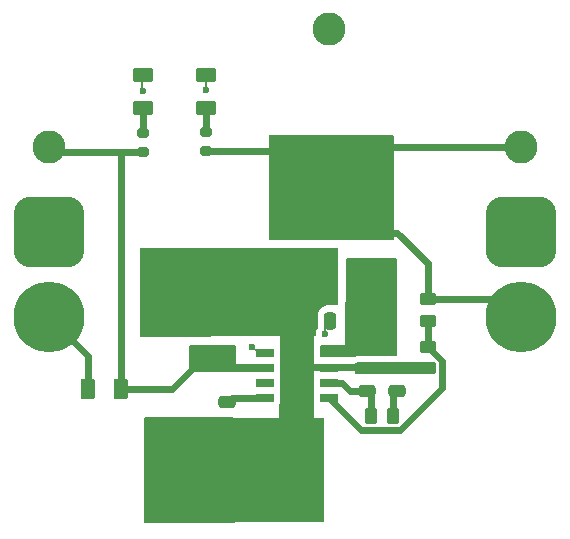
<source format=gbr>
%TF.GenerationSoftware,KiCad,Pcbnew,9.0.3*%
%TF.CreationDate,2025-09-19T13:58:25-05:00*%
%TF.ProjectId,galaxsea_26_pdb,67616c61-7873-4656-915f-32365f706462,rev?*%
%TF.SameCoordinates,Original*%
%TF.FileFunction,Copper,L1,Top*%
%TF.FilePolarity,Positive*%
%FSLAX46Y46*%
G04 Gerber Fmt 4.6, Leading zero omitted, Abs format (unit mm)*
G04 Created by KiCad (PCBNEW 9.0.3) date 2025-09-19 13:58:25*
%MOMM*%
%LPD*%
G01*
G04 APERTURE LIST*
G04 Aperture macros list*
%AMRoundRect*
0 Rectangle with rounded corners*
0 $1 Rounding radius*
0 $2 $3 $4 $5 $6 $7 $8 $9 X,Y pos of 4 corners*
0 Add a 4 corners polygon primitive as box body*
4,1,4,$2,$3,$4,$5,$6,$7,$8,$9,$2,$3,0*
0 Add four circle primitives for the rounded corners*
1,1,$1+$1,$2,$3*
1,1,$1+$1,$4,$5*
1,1,$1+$1,$6,$7*
1,1,$1+$1,$8,$9*
0 Add four rect primitives between the rounded corners*
20,1,$1+$1,$2,$3,$4,$5,0*
20,1,$1+$1,$4,$5,$6,$7,0*
20,1,$1+$1,$6,$7,$8,$9,0*
20,1,$1+$1,$8,$9,$2,$3,0*%
G04 Aperture macros list end*
%TA.AperFunction,ComponentPad*%
%ADD10C,6.000000*%
%TD*%
%TA.AperFunction,ComponentPad*%
%ADD11RoundRect,1.500000X-1.500000X1.500000X-1.500000X-1.500000X1.500000X-1.500000X1.500000X1.500000X0*%
%TD*%
%TA.AperFunction,SMDPad,CuDef*%
%ADD12RoundRect,0.200000X0.275000X-0.200000X0.275000X0.200000X-0.275000X0.200000X-0.275000X-0.200000X0*%
%TD*%
%TA.AperFunction,SMDPad,CuDef*%
%ADD13RoundRect,0.250000X1.600000X-0.300000X1.600000X0.300000X-1.600000X0.300000X-1.600000X-0.300000X0*%
%TD*%
%TA.AperFunction,SMDPad,CuDef*%
%ADD14RoundRect,0.015000X-0.760000X-0.285000X0.760000X-0.285000X0.760000X0.285000X-0.760000X0.285000X0*%
%TD*%
%TA.AperFunction,ComponentPad*%
%ADD15C,0.400000*%
%TD*%
%TA.AperFunction,SMDPad,CuDef*%
%ADD16R,2.950000X4.900000*%
%TD*%
%TA.AperFunction,SMDPad,CuDef*%
%ADD17RoundRect,0.250000X-0.450000X0.262500X-0.450000X-0.262500X0.450000X-0.262500X0.450000X0.262500X0*%
%TD*%
%TA.AperFunction,SMDPad,CuDef*%
%ADD18RoundRect,0.250000X-0.250000X-0.475000X0.250000X-0.475000X0.250000X0.475000X-0.250000X0.475000X0*%
%TD*%
%TA.AperFunction,SMDPad,CuDef*%
%ADD19RoundRect,0.250000X0.475000X-0.250000X0.475000X0.250000X-0.475000X0.250000X-0.475000X-0.250000X0*%
%TD*%
%TA.AperFunction,ComponentPad*%
%ADD20C,2.800000*%
%TD*%
%TA.AperFunction,SMDPad,CuDef*%
%ADD21RoundRect,0.250000X-0.475000X0.250000X-0.475000X-0.250000X0.475000X-0.250000X0.475000X0.250000X0*%
%TD*%
%TA.AperFunction,SMDPad,CuDef*%
%ADD22RoundRect,0.250000X0.262500X0.450000X-0.262500X0.450000X-0.262500X-0.450000X0.262500X-0.450000X0*%
%TD*%
%TA.AperFunction,SMDPad,CuDef*%
%ADD23RoundRect,0.250000X-0.625000X0.375000X-0.625000X-0.375000X0.625000X-0.375000X0.625000X0.375000X0*%
%TD*%
%TA.AperFunction,SMDPad,CuDef*%
%ADD24RoundRect,0.250000X-0.375000X-0.625000X0.375000X-0.625000X0.375000X0.625000X-0.375000X0.625000X0*%
%TD*%
%TA.AperFunction,SMDPad,CuDef*%
%ADD25RoundRect,0.243750X0.243750X0.456250X-0.243750X0.456250X-0.243750X-0.456250X0.243750X-0.456250X0*%
%TD*%
%TA.AperFunction,ViaPad*%
%ADD26C,0.600000*%
%TD*%
%TA.AperFunction,Conductor*%
%ADD27C,0.600000*%
%TD*%
%TA.AperFunction,Conductor*%
%ADD28C,0.200000*%
%TD*%
G04 APERTURE END LIST*
D10*
%TO.P,J2,2,Pin_2*%
%TO.N,/BDC Module/BDC_VOUT*%
X170000000Y-86400000D03*
D11*
%TO.P,J2,1,Pin_1*%
%TO.N,GND*%
X170000000Y-79200000D03*
%TD*%
D10*
%TO.P,J1,2,Pin_2*%
%TO.N,/BDC Module/BDC_VIN*%
X130000000Y-86400000D03*
D11*
%TO.P,J1,1,Pin_1*%
%TO.N,GND*%
X130000000Y-79200000D03*
%TD*%
D12*
%TO.P,R4,1*%
%TO.N,/BDC Module/BDC_VIN_Fuse*%
X137945000Y-72437500D03*
%TO.P,R4,2*%
%TO.N,Net-(D2-A)*%
X137945000Y-70787500D03*
%TD*%
D13*
%TO.P,L1,1*%
%TO.N,/BDC Module/_BDC_PH*%
X157340000Y-82250000D03*
%TO.P,L1,2*%
%TO.N,/BDC Module/BDC_VOUT*%
X157340000Y-79250000D03*
%TD*%
D14*
%TO.P,U1,1,BOOT*%
%TO.N,/BDC Module/_BDC_BOOT*%
X148290000Y-89445000D03*
%TO.P,U1,2,VIN*%
%TO.N,/BDC Module/BDC_VIN_Fuse*%
X148290000Y-90715000D03*
%TO.P,U1,3,EN*%
%TO.N,/BDC Module/_BDC_EN*%
X148290000Y-91985000D03*
%TO.P,U1,4,SS*%
%TO.N,/BDC Module/_BDC_SS*%
X148290000Y-93255000D03*
%TO.P,U1,5,VSENSE*%
%TO.N,/BDC Module/_BDC_VSENSE*%
X153690000Y-93255000D03*
%TO.P,U1,6,COMP*%
%TO.N,/BDC Module/_BDC_COMP*%
X153690000Y-91985000D03*
D15*
%TO.P,U1,7,GND*%
%TO.N,GND*%
X150340000Y-89400000D03*
X150340000Y-90700000D03*
X150340000Y-92000000D03*
X150340000Y-93300000D03*
D16*
X150990000Y-91350000D03*
D15*
X151640000Y-89400000D03*
X151640000Y-90700000D03*
X151640000Y-92000000D03*
X151640000Y-93300000D03*
D14*
X153690000Y-90715000D03*
%TO.P,U1,8,PH*%
%TO.N,/BDC Module/_BDC_PH*%
X153690000Y-89445000D03*
%TD*%
D17*
%TO.P,R1,1*%
%TO.N,/BDC Module/BDC_VOUT*%
X162085000Y-84875000D03*
%TO.P,R1,2*%
%TO.N,/BDC Module/_BDC_VSENSE*%
X162085000Y-86700000D03*
%TD*%
D18*
%TO.P,C1,1*%
%TO.N,/BDC Module/_BDC_BOOT*%
X153780000Y-86690000D03*
%TO.P,C1,2*%
%TO.N,/BDC Module/_BDC_PH*%
X155680000Y-86690000D03*
%TD*%
D19*
%TO.P,C3,1*%
%TO.N,/BDC Module/BDC_VIN_Fuse*%
X145065000Y-89380000D03*
%TO.P,C3,2*%
%TO.N,GND*%
X145065000Y-87480000D03*
%TD*%
D17*
%TO.P,R3,1*%
%TO.N,/BDC Module/_BDC_VSENSE*%
X162085000Y-88925000D03*
%TO.P,R3,2*%
%TO.N,GND*%
X162085000Y-90750000D03*
%TD*%
D19*
%TO.P,C4,1*%
%TO.N,/BDC Module/_BDC_COMP*%
X156915000Y-92645000D03*
%TO.P,C4,2*%
%TO.N,GND*%
X156915000Y-90745000D03*
%TD*%
D20*
%TO.P,TP2,1,1*%
%TO.N,/BDC Module/BDC_VOUT*%
X170000000Y-72000000D03*
%TD*%
D21*
%TO.P,C8,1*%
%TO.N,/BDC Module/BDC_VOUT*%
X151490000Y-79200000D03*
%TO.P,C8,2*%
%TO.N,GND*%
X151490000Y-81100000D03*
%TD*%
D12*
%TO.P,R5,1*%
%TO.N,/BDC Module/BDC_VOUT*%
X143295000Y-72362500D03*
%TO.P,R5,2*%
%TO.N,Net-(D3-A)*%
X143295000Y-70712500D03*
%TD*%
D21*
%TO.P,C6,1*%
%TO.N,/BDC Module/_BDC_SS*%
X145065000Y-93580000D03*
%TO.P,C6,2*%
%TO.N,GND*%
X145065000Y-95480000D03*
%TD*%
D22*
%TO.P,R2,1*%
%TO.N,Net-(C5-Pad1)*%
X159100000Y-94800000D03*
%TO.P,R2,2*%
%TO.N,/BDC Module/_BDC_COMP*%
X157275000Y-94800000D03*
%TD*%
D20*
%TO.P,TP3,1,1*%
%TO.N,GND*%
X153700000Y-62000000D03*
%TD*%
%TO.P,TP1,1,1*%
%TO.N,/BDC Module/BDC_VIN_Fuse*%
X130000000Y-72000000D03*
%TD*%
D21*
%TO.P,C7,1*%
%TO.N,/BDC Module/BDC_VOUT*%
X149350000Y-79200000D03*
%TO.P,C7,2*%
%TO.N,GND*%
X149350000Y-81100000D03*
%TD*%
D23*
%TO.P,D3,1,K*%
%TO.N,GND*%
X143300000Y-65862500D03*
%TO.P,D3,2,A*%
%TO.N,Net-(D3-A)*%
X143300000Y-68662500D03*
%TD*%
%TO.P,D2,1,K*%
%TO.N,GND*%
X137945000Y-65862500D03*
%TO.P,D2,2,A*%
%TO.N,Net-(D2-A)*%
X137945000Y-68662500D03*
%TD*%
D24*
%TO.P,F1,1*%
%TO.N,/BDC Module/BDC_VIN*%
X133300000Y-92500000D03*
%TO.P,F1,2*%
%TO.N,/BDC Module/BDC_VIN_Fuse*%
X136100000Y-92500000D03*
%TD*%
D19*
%TO.P,C5,1*%
%TO.N,Net-(C5-Pad1)*%
X159500000Y-92645000D03*
%TO.P,C5,2*%
%TO.N,GND*%
X159500000Y-90745000D03*
%TD*%
D21*
%TO.P,C9,1*%
%TO.N,/BDC Module/BDC_VOUT*%
X153650000Y-79200000D03*
%TO.P,C9,2*%
%TO.N,GND*%
X153650000Y-81100000D03*
%TD*%
D25*
%TO.P,D1,1,K*%
%TO.N,/BDC Module/_BDC_PH*%
X155687500Y-84300000D03*
%TO.P,D1,2,A*%
%TO.N,GND*%
X153812500Y-84300000D03*
%TD*%
D19*
%TO.P,C2,1*%
%TO.N,/BDC Module/BDC_VIN_Fuse*%
X142665000Y-89400000D03*
%TO.P,C2,2*%
%TO.N,GND*%
X142665000Y-87500000D03*
%TD*%
D26*
%TO.N,GND*%
X147500000Y-96500000D03*
X148500000Y-96500000D03*
X146500000Y-95500000D03*
X137920000Y-67287500D03*
X147500000Y-98500000D03*
X146500000Y-98500000D03*
X150500000Y-96500000D03*
X151500000Y-98500000D03*
X150500000Y-83000000D03*
X146500000Y-97500000D03*
X143325000Y-67162500D03*
X149500000Y-96500000D03*
X146500000Y-96500000D03*
X151500000Y-95500000D03*
X152500000Y-83000000D03*
X150500000Y-85000000D03*
X150500000Y-98500000D03*
X150500000Y-84000000D03*
X148500000Y-95500000D03*
X151500000Y-97500000D03*
X149500000Y-97500000D03*
X149500000Y-98500000D03*
X152500000Y-84000000D03*
X152500000Y-95500000D03*
X151500000Y-84000000D03*
X151500000Y-96500000D03*
X152500000Y-85000000D03*
X149500000Y-95500000D03*
X152500000Y-96500000D03*
X152500000Y-97500000D03*
X151500000Y-83000000D03*
X150500000Y-97500000D03*
X150500000Y-95500000D03*
X152500000Y-98500000D03*
X151500000Y-85000000D03*
X148500000Y-98500000D03*
X148500000Y-97500000D03*
X147500000Y-97500000D03*
X147500000Y-95500000D03*
%TO.N,/BDC Module/_BDC_BOOT*%
X147200000Y-88900000D03*
X153400000Y-87800000D03*
%TD*%
D27*
%TO.N,/BDC Module/BDC_VIN_Fuse*%
X136100000Y-72537500D02*
X136200000Y-72437500D01*
X136100000Y-92500000D02*
X136100000Y-72537500D01*
X137945000Y-72437500D02*
X136200000Y-72437500D01*
X142665000Y-90235000D02*
X142665000Y-89400000D01*
X140400000Y-92500000D02*
X142665000Y-90235000D01*
X136100000Y-92500000D02*
X140400000Y-92500000D01*
%TO.N,/BDC Module/BDC_VIN*%
X133300000Y-89700000D02*
X130000000Y-86400000D01*
X133300000Y-92500000D02*
X133300000Y-89700000D01*
%TO.N,/BDC Module/BDC_VIN_Fuse*%
X130437500Y-72437500D02*
X130000000Y-72000000D01*
X136200000Y-72437500D02*
X130437500Y-72437500D01*
%TO.N,/BDC Module/BDC_VOUT*%
X155200000Y-72000000D02*
X170000000Y-72000000D01*
X154837500Y-72362500D02*
X155200000Y-72000000D01*
X143295000Y-72362500D02*
X154837500Y-72362500D01*
X168475000Y-84875000D02*
X170000000Y-86400000D01*
X162085000Y-84875000D02*
X168475000Y-84875000D01*
D28*
%TO.N,GND*%
X137895000Y-65987500D02*
X137895000Y-67262500D01*
X143300000Y-67137500D02*
X143325000Y-67162500D01*
X143300000Y-65862500D02*
X143300000Y-67137500D01*
%TO.N,/BDC Module/_BDC_BOOT*%
X147745000Y-89445000D02*
X147200000Y-88900000D01*
X153400000Y-87800000D02*
X153400000Y-87070000D01*
D27*
%TO.N,/BDC Module/_BDC_COMP*%
X155470000Y-92645000D02*
X154810000Y-91985000D01*
X157275000Y-94800000D02*
X157275000Y-93005000D01*
X156915000Y-92645000D02*
X155470000Y-92645000D01*
X157275000Y-93005000D02*
X156915000Y-92645000D01*
X154810000Y-91985000D02*
X153690000Y-91985000D01*
%TO.N,Net-(C5-Pad1)*%
X159100000Y-94800000D02*
X159100000Y-93045000D01*
X159100000Y-93045000D02*
X159500000Y-92645000D01*
%TO.N,/BDC Module/_BDC_SS*%
X145465000Y-93255000D02*
X145140000Y-93580000D01*
X148290000Y-93255000D02*
X145465000Y-93255000D01*
%TO.N,/BDC Module/BDC_VOUT*%
X159500000Y-79250000D02*
X157340000Y-79250000D01*
X162085000Y-81835000D02*
X159500000Y-79250000D01*
X162085000Y-84875000D02*
X162085000Y-81835000D01*
X151550000Y-79140000D02*
X151490000Y-79200000D01*
%TO.N,/BDC Module/_BDC_VSENSE*%
X153690000Y-93255000D02*
X156436000Y-96001000D01*
X156436000Y-96001000D02*
X159680502Y-96001000D01*
X162085000Y-88925000D02*
X162085000Y-86700000D01*
X163286000Y-92395502D02*
X163286000Y-90126000D01*
X159680502Y-96001000D02*
X163286000Y-92395502D01*
X163286000Y-90126000D02*
X162085000Y-88925000D01*
%TO.N,Net-(D2-A)*%
X137945000Y-70787500D02*
X137945000Y-68662500D01*
%TO.N,Net-(D3-A)*%
X143295000Y-70712500D02*
X143295000Y-68667500D01*
%TO.N,/BDC Module/BDC_VOUT*%
X157900000Y-78690000D02*
X157340000Y-79250000D01*
%TD*%
%TA.AperFunction,Conductor*%
%TO.N,GND*%
G36*
X161643039Y-90254685D02*
G01*
X161688794Y-90307489D01*
X161700000Y-90359000D01*
X161700000Y-91131000D01*
X161680315Y-91198039D01*
X161627511Y-91243794D01*
X161576000Y-91255000D01*
X156044000Y-91255000D01*
X155976961Y-91235315D01*
X155931206Y-91182511D01*
X155920000Y-91131000D01*
X155920000Y-91005000D01*
X155920000Y-90359000D01*
X155939685Y-90291961D01*
X155992489Y-90246206D01*
X156044000Y-90235000D01*
X161576000Y-90235000D01*
X161643039Y-90254685D01*
G37*
%TD.AperFunction*%
%TD*%
%TA.AperFunction,Conductor*%
%TO.N,GND*%
G36*
X155920000Y-91005000D02*
G01*
X151325000Y-91005000D01*
X151325000Y-90411437D01*
X155920000Y-90392833D01*
X155920000Y-91005000D01*
G37*
%TD.AperFunction*%
%TD*%
%TA.AperFunction,Conductor*%
%TO.N,/BDC Module/BDC_VOUT*%
G36*
X159133039Y-71019685D02*
G01*
X159178794Y-71072489D01*
X159190000Y-71124000D01*
X159190000Y-79726000D01*
X159170315Y-79793039D01*
X159117511Y-79838794D01*
X159066000Y-79850000D01*
X148714000Y-79850000D01*
X148646961Y-79830315D01*
X148601206Y-79777511D01*
X148590000Y-79726000D01*
X148590000Y-71124000D01*
X148609685Y-71056961D01*
X148662489Y-71011206D01*
X148714000Y-71000000D01*
X159066000Y-71000000D01*
X159133039Y-71019685D01*
G37*
%TD.AperFunction*%
%TD*%
%TA.AperFunction,Conductor*%
%TO.N,/BDC Module/BDC_VIN_Fuse*%
G36*
X145758039Y-88774685D02*
G01*
X145803794Y-88827489D01*
X145815000Y-88879000D01*
X145815000Y-90405000D01*
X148890500Y-90405000D01*
X148957539Y-90424685D01*
X149003294Y-90477489D01*
X149014500Y-90529000D01*
X149014500Y-90906000D01*
X148994815Y-90973039D01*
X148942011Y-91018794D01*
X148890500Y-91030000D01*
X142014000Y-91030000D01*
X141946961Y-91010315D01*
X141901206Y-90957511D01*
X141890000Y-90906000D01*
X141890000Y-88879000D01*
X141909685Y-88811961D01*
X141962489Y-88766206D01*
X142014000Y-88755000D01*
X145691000Y-88755000D01*
X145758039Y-88774685D01*
G37*
%TD.AperFunction*%
%TD*%
%TA.AperFunction,Conductor*%
%TO.N,GND*%
G36*
X153191396Y-94948323D02*
G01*
X153258371Y-94968220D01*
X153303958Y-95021170D01*
X153315000Y-95072322D01*
X153315000Y-103636461D01*
X153295315Y-103703500D01*
X153242511Y-103749255D01*
X153191323Y-103760461D01*
X138124323Y-103799676D01*
X138057232Y-103780166D01*
X138011340Y-103727481D01*
X138000000Y-103675676D01*
X138000000Y-95024394D01*
X138019685Y-94957355D01*
X138072489Y-94911600D01*
X138124390Y-94900395D01*
X153191396Y-94948323D01*
G37*
%TD.AperFunction*%
%TD*%
%TA.AperFunction,Conductor*%
%TO.N,GND*%
G36*
X154390576Y-80534685D02*
G01*
X154436331Y-80587489D01*
X154447535Y-80638249D01*
X154475384Y-85233538D01*
X154456106Y-85300695D01*
X154403580Y-85346769D01*
X154350568Y-85358286D01*
X153425000Y-85352176D01*
X153425000Y-85352177D01*
X151300000Y-85338152D01*
X151300000Y-80516499D01*
X151352963Y-80515047D01*
X151353820Y-80515273D01*
X151356362Y-80515000D01*
X154323537Y-80515000D01*
X154390576Y-80534685D01*
G37*
%TD.AperFunction*%
%TD*%
%TA.AperFunction,Conductor*%
%TO.N,/BDC Module/_BDC_PH*%
G36*
X159363039Y-81414685D02*
G01*
X159408794Y-81467489D01*
X159420000Y-81519000D01*
X159420000Y-89605500D01*
X159400315Y-89672539D01*
X159347511Y-89718294D01*
X159296000Y-89729500D01*
X156044000Y-89729500D01*
X156043991Y-89729500D01*
X156043990Y-89729501D01*
X155936549Y-89741052D01*
X155936532Y-89741055D01*
X155931426Y-89742166D01*
X155905068Y-89745000D01*
X153089499Y-89745000D01*
X153022460Y-89725315D01*
X152976705Y-89672511D01*
X152965499Y-89621000D01*
X152965499Y-88849000D01*
X152985184Y-88781961D01*
X153037988Y-88736206D01*
X153089499Y-88725000D01*
X155098219Y-88725000D01*
X155098220Y-88725000D01*
X155131895Y-81518420D01*
X155151893Y-81451474D01*
X155204910Y-81405966D01*
X155255894Y-81395000D01*
X159296000Y-81395000D01*
X159363039Y-81414685D01*
G37*
%TD.AperFunction*%
%TD*%
%TA.AperFunction,Conductor*%
%TO.N,GND*%
G36*
X152460000Y-88844586D02*
G01*
X152459999Y-88848993D01*
X152459999Y-88849000D01*
X152459999Y-88904973D01*
X152459999Y-88922721D01*
X152459999Y-88923081D01*
X152451354Y-88968570D01*
X152424448Y-89036799D01*
X152424447Y-89036800D01*
X152414500Y-89119637D01*
X152414500Y-89770362D01*
X152424447Y-89853199D01*
X152424448Y-89853201D01*
X152434408Y-89878458D01*
X152451354Y-89921430D01*
X152460000Y-89966918D01*
X152460000Y-90406841D01*
X151325000Y-90411437D01*
X151325000Y-91005000D01*
X152460000Y-91005000D01*
X152460000Y-91463078D01*
X152451355Y-91508567D01*
X152424448Y-91576799D01*
X152424447Y-91576800D01*
X152414500Y-91659637D01*
X152414500Y-92310362D01*
X152424447Y-92393199D01*
X152424448Y-92393200D01*
X152451354Y-92461430D01*
X152452681Y-92468410D01*
X152454977Y-92471983D01*
X152460000Y-92506918D01*
X152460000Y-92733078D01*
X152451355Y-92778567D01*
X152424448Y-92846799D01*
X152424447Y-92846800D01*
X152414500Y-92929637D01*
X152414500Y-93580362D01*
X152424447Y-93663199D01*
X152424448Y-93663200D01*
X152451354Y-93731430D01*
X152460000Y-93776918D01*
X152460000Y-94945997D01*
X149510207Y-94936613D01*
X149512051Y-93796867D01*
X149520695Y-93751588D01*
X149555552Y-93663200D01*
X149565500Y-93580362D01*
X149565500Y-92929638D01*
X149555552Y-92846800D01*
X149522444Y-92762844D01*
X149521100Y-92755742D01*
X149518765Y-92752096D01*
X149513799Y-92717161D01*
X149514115Y-92521635D01*
X149522758Y-92476357D01*
X149555552Y-92393200D01*
X149565500Y-92310362D01*
X149565500Y-91659638D01*
X149555552Y-91576800D01*
X149524489Y-91498031D01*
X149523146Y-91490931D01*
X149520811Y-91487285D01*
X149515845Y-91452353D01*
X149516178Y-91246399D01*
X149524821Y-91201127D01*
X149555552Y-91123200D01*
X149565500Y-91040362D01*
X149565500Y-90389638D01*
X149555552Y-90306800D01*
X149530430Y-90243095D01*
X149526536Y-90233220D01*
X149525192Y-90226118D01*
X149522858Y-90222473D01*
X149517892Y-90187538D01*
X149518242Y-89971171D01*
X149526887Y-89925888D01*
X149528647Y-89921427D01*
X149555552Y-89853200D01*
X149565500Y-89770362D01*
X149565500Y-89119638D01*
X149555552Y-89036800D01*
X149528582Y-88968410D01*
X149519938Y-88922730D01*
X149521365Y-88040892D01*
X152460000Y-88034229D01*
X152460000Y-88844586D01*
G37*
%TD.AperFunction*%
%TD*%
%TA.AperFunction,Conductor*%
%TO.N,GND*%
G36*
X151300000Y-85338152D02*
G01*
X153425000Y-85352177D01*
X153425000Y-85369621D01*
X153405315Y-85436660D01*
X153352511Y-85482415D01*
X153340005Y-85487327D01*
X153210666Y-85530186D01*
X153210663Y-85530187D01*
X153061342Y-85622289D01*
X152937289Y-85746342D01*
X152845187Y-85895663D01*
X152845186Y-85895666D01*
X152790001Y-86062203D01*
X152790001Y-86062204D01*
X152790000Y-86062204D01*
X152779500Y-86164983D01*
X152779500Y-87215001D01*
X152779502Y-87215021D01*
X152781414Y-87233740D01*
X152768644Y-87302432D01*
X152761158Y-87315231D01*
X152690609Y-87420814D01*
X152690602Y-87420827D01*
X152630264Y-87566498D01*
X152630261Y-87566510D01*
X152599500Y-87721153D01*
X152599500Y-87878843D01*
X152600923Y-87885999D01*
X152594691Y-87955591D01*
X152551825Y-88010766D01*
X152485934Y-88034007D01*
X152479587Y-88034184D01*
X152460000Y-88034228D01*
X152460000Y-88034229D01*
X149521364Y-88040892D01*
X137824281Y-88067417D01*
X137757197Y-88047884D01*
X137711323Y-87995184D01*
X137700000Y-87943417D01*
X137700000Y-80644000D01*
X137719685Y-80576961D01*
X137772489Y-80531206D01*
X137824000Y-80520000D01*
X151300000Y-80520000D01*
X151300000Y-85338152D01*
G37*
%TD.AperFunction*%
%TD*%
M02*

</source>
